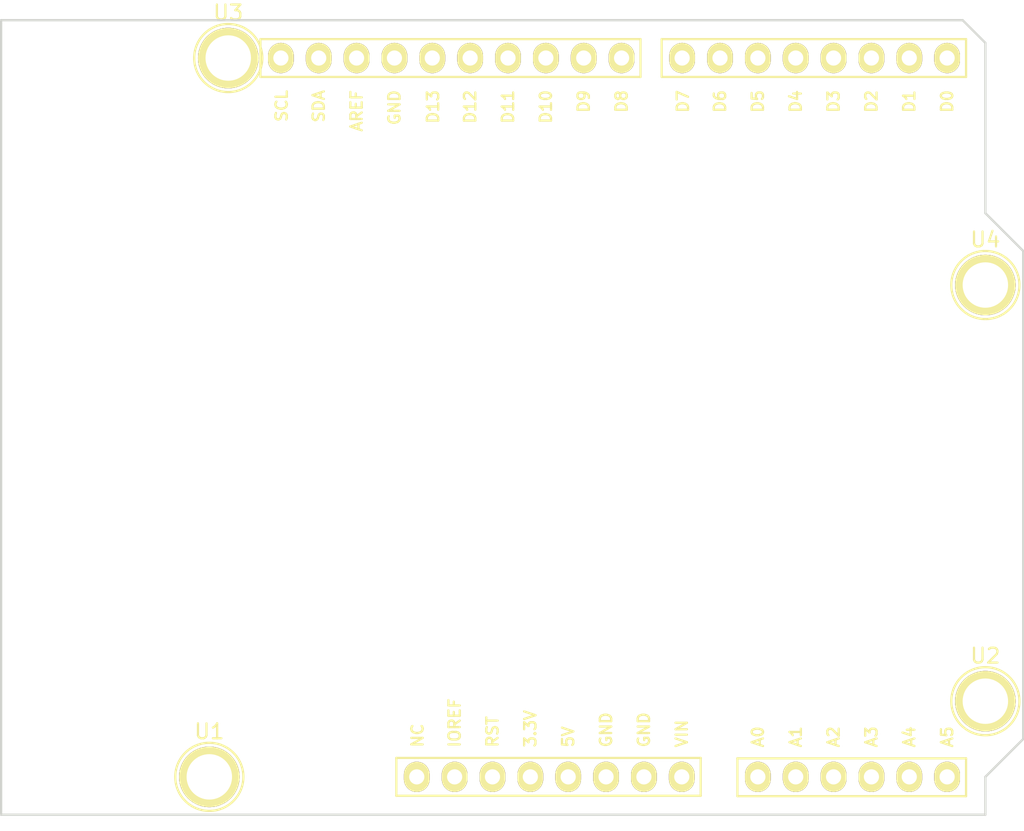
<source format=kicad_pcb>
(kicad_pcb (version 4) (host pcbnew 4.0.5-e0-6337~49~ubuntu16.04.1)

  (general
    (links 4)
    (no_connects 4)
    (area 110.922999 71.488 179.653001 129.272)
    (thickness 1.6)
    (drawings 9)
    (tracks 0)
    (zones 0)
    (modules 5)
    (nets 4)
  )

  (page USLetter)
  (title_block
    (title "Project Title")
    (date 2017-08-14)
    (rev v1.0)
    (company "Released under the CERN Open Hardware License v1.2")
    (comment 1 "Project based on template adapted by jenner@wickerbox.net")
    (comment 2 "Original template by Jonathan (poulc13)")
  )

  (layers
    (0 F.Cu signal)
    (31 B.Cu signal)
    (34 B.Paste user)
    (35 F.Paste user)
    (36 B.SilkS user)
    (37 F.SilkS user)
    (38 B.Mask user)
    (39 F.Mask user)
    (40 Dwgs.User user)
    (44 Edge.Cuts user)
    (48 B.Fab user)
    (49 F.Fab user)
  )

  (setup
    (last_trace_width 0.254)
    (user_trace_width 0.1524)
    (user_trace_width 0.254)
    (user_trace_width 0.3302)
    (user_trace_width 0.508)
    (user_trace_width 0.762)
    (user_trace_width 1.27)
    (trace_clearance 0.254)
    (zone_clearance 0.508)
    (zone_45_only no)
    (trace_min 0.1524)
    (segment_width 0.1524)
    (edge_width 0.1524)
    (via_size 0.6858)
    (via_drill 0.3302)
    (via_min_size 0.6858)
    (via_min_drill 0.3302)
    (user_via 0.6858 0.3302)
    (user_via 0.762 0.4064)
    (user_via 0.8636 0.508)
    (uvia_size 0.6858)
    (uvia_drill 0.3302)
    (uvias_allowed no)
    (uvia_min_size 0)
    (uvia_min_drill 0)
    (pcb_text_width 0.1524)
    (pcb_text_size 1.016 1.016)
    (mod_edge_width 0.1524)
    (mod_text_size 1.016 1.016)
    (mod_text_width 0.1524)
    (pad_size 1.524 1.524)
    (pad_drill 0.762)
    (pad_to_mask_clearance 0.0762)
    (solder_mask_min_width 0.1016)
    (pad_to_paste_clearance -0.0762)
    (aux_axis_origin 0 0)
    (visible_elements FFFEDF7D)
    (pcbplotparams
      (layerselection 0x310fc_80000001)
      (usegerberextensions true)
      (excludeedgelayer true)
      (linewidth 0.100000)
      (plotframeref false)
      (viasonmask false)
      (mode 1)
      (useauxorigin false)
      (hpglpennumber 1)
      (hpglpenspeed 20)
      (hpglpendiameter 15)
      (hpglpenoverlay 2)
      (psnegative false)
      (psa4output false)
      (plotreference true)
      (plotvalue true)
      (plotinvisibletext false)
      (padsonsilk false)
      (subtractmaskfromsilk false)
      (outputformat 1)
      (mirror false)
      (drillshape 0)
      (scaleselection 1)
      (outputdirectory gerbers))
  )

  (net 0 "")
  (net 1 GND)
  (net 2 /A4)
  (net 3 /A5)

  (net_class Default "This is the default net class."
    (clearance 0.254)
    (trace_width 0.254)
    (via_dia 0.6858)
    (via_drill 0.3302)
    (uvia_dia 0.6858)
    (uvia_drill 0.3302)
    (add_net /A4)
    (add_net /A5)
    (add_net GND)
  )

  (module Wickerlib:ARDUINO-101-SHIELD locked (layer F.Cu) (tedit 57283FB2) (tstamp 5728CC97)
    (at 133.8072 123.825)
    (descr "Through hole socket strip")
    (tags "socket strip")
    (path /572986CB)
    (fp_text reference U5 (at 13.97 2.794) (layer F.SilkS) hide
      (effects (font (size 1 1) (thickness 0.15)))
    )
    (fp_text value ARDUINO-101-SHIELD (at 13.97 4.318) (layer F.Fab) hide
      (effects (font (size 1 1) (thickness 0.15)))
    )
    (fp_text user NC (at 5.1308 -2.779486 90) (layer F.SilkS)
      (effects (font (size 0.762 0.762) (thickness 0.1524)))
    )
    (fp_line (start 3.33 -1.75) (end 3.33 1.75) (layer F.CrtYd) (width 0.05))
    (fp_line (start 24.63 -1.75) (end 24.63 1.75) (layer F.CrtYd) (width 0.05))
    (fp_line (start 3.33 -1.75) (end 24.63 -1.75) (layer F.CrtYd) (width 0.05))
    (fp_line (start 3.33 1.75) (end 24.63 1.75) (layer F.CrtYd) (width 0.05))
    (fp_line (start 3.7084 1.27) (end 24.13 1.27) (layer F.SilkS) (width 0.15))
    (fp_line (start 24.13 1.27) (end 24.13 -1.27) (layer F.SilkS) (width 0.15))
    (fp_line (start 24.13 -1.27) (end 3.7084 -1.27) (layer F.SilkS) (width 0.15))
    (fp_line (start 3.7084 1.27) (end 3.7084 -1.27) (layer F.SilkS) (width 0.15))
    (fp_text user IOREF (at 7.62 -3.6322 90) (layer F.SilkS)
      (effects (font (size 0.762 0.762) (thickness 0.1524)))
    )
    (fp_text user RST (at 10.16 -3.033485 90) (layer F.SilkS)
      (effects (font (size 0.762 0.762) (thickness 0.1524)))
    )
    (fp_text user 3.3V (at 12.7 -3.233057 90) (layer F.SilkS)
      (effects (font (size 0.762 0.762) (thickness 0.1524)))
    )
    (fp_text user 5V (at 15.24 -2.688771 90) (layer F.SilkS)
      (effects (font (size 0.762 0.762) (thickness 0.1524)))
    )
    (fp_text user GND (at 17.78 -3.160486 90) (layer F.SilkS)
      (effects (font (size 0.762 0.762) (thickness 0.1524)))
    )
    (fp_text user GND (at 20.32 -3.160486 90) (layer F.SilkS)
      (effects (font (size 0.762 0.762) (thickness 0.1524)))
    )
    (fp_text user VIN (at 22.86 -2.906486 90) (layer F.SilkS)
      (effects (font (size 0.762 0.762) (thickness 0.1524)))
    )
    (fp_line (start 41.9354 -1.2446) (end 26.5938 -1.2446) (layer F.SilkS) (width 0.15))
    (fp_line (start 41.9354 1.2954) (end 41.9354 -1.2446) (layer F.SilkS) (width 0.15))
    (fp_text user A4 (at 38.1254 -2.688771 90) (layer F.SilkS)
      (effects (font (size 0.762 0.762) (thickness 0.1524)))
    )
    (fp_text user A3 (at 35.5854 -2.688771 90) (layer F.SilkS)
      (effects (font (size 0.762 0.762) (thickness 0.1524)))
    )
    (fp_text user A5 (at 40.6654 -2.688771 90) (layer F.SilkS)
      (effects (font (size 0.762 0.762) (thickness 0.1524)))
    )
    (fp_text user A0 (at 27.9654 -2.688771 90) (layer F.SilkS)
      (effects (font (size 0.762 0.762) (thickness 0.1524)))
    )
    (fp_text user A1 (at 30.5054 -2.688771 90) (layer F.SilkS)
      (effects (font (size 0.762 0.762) (thickness 0.1524)))
    )
    (fp_line (start 26.5938 1.2954) (end 41.9354 1.2954) (layer F.SilkS) (width 0.15))
    (fp_line (start 26.5938 1.2954) (end 26.5938 -1.2446) (layer F.SilkS) (width 0.15))
    (fp_text user A2 (at 33.0454 -2.688771 90) (layer F.SilkS)
      (effects (font (size 0.762 0.762) (thickness 0.1524)))
    )
    (fp_line (start 26.2154 -1.7246) (end 42.4354 -1.7246) (layer F.CrtYd) (width 0.05))
    (fp_line (start 26.2154 -1.7246) (end 26.2154 1.7754) (layer F.CrtYd) (width 0.05))
    (fp_line (start 42.4354 -1.7246) (end 42.4354 1.7754) (layer F.CrtYd) (width 0.05))
    (fp_line (start 26.2154 1.7754) (end 42.4354 1.7754) (layer F.CrtYd) (width 0.05))
    (fp_text user D2 (at 35.5854 -45.349886 90) (layer F.SilkS)
      (effects (font (size 0.762 0.762) (thickness 0.1524)))
    )
    (fp_line (start 41.9354 -46.99) (end 41.9354 -49.53) (layer F.SilkS) (width 0.15))
    (fp_text user D0 (at 40.6654 -45.349886 90) (layer F.SilkS)
      (effects (font (size 0.762 0.762) (thickness 0.1524)))
    )
    (fp_text user D1 (at 38.1254 -45.349886 90) (layer F.SilkS)
      (effects (font (size 0.762 0.762) (thickness 0.1524)))
    )
    (fp_line (start 41.9354 -49.53) (end 21.5138 -49.53) (layer F.SilkS) (width 0.15))
    (fp_text user D4 (at 30.5054 -45.349886 90) (layer F.SilkS)
      (effects (font (size 0.762 0.762) (thickness 0.1524)))
    )
    (fp_text user D5 (at 27.9654 -45.349886 90) (layer F.SilkS)
      (effects (font (size 0.762 0.762) (thickness 0.1524)))
    )
    (fp_line (start 21.5138 -46.99) (end 21.5138 -49.53) (layer F.SilkS) (width 0.15))
    (fp_text user D6 (at 25.4254 -45.349886 90) (layer F.SilkS)
      (effects (font (size 0.762 0.762) (thickness 0.1524)))
    )
    (fp_text user D7 (at 22.9362 -45.349886 90) (layer F.SilkS)
      (effects (font (size 0.762 0.762) (thickness 0.1524)))
    )
    (fp_line (start 21.5138 -46.99) (end 41.9354 -46.99) (layer F.SilkS) (width 0.15))
    (fp_text user D3 (at 33.0454 -45.349886 90) (layer F.SilkS)
      (effects (font (size 0.762 0.762) (thickness 0.1524)))
    )
    (fp_line (start 21.1354 -50.01) (end 21.1354 -46.51) (layer F.CrtYd) (width 0.05))
    (fp_line (start 42.4354 -50.01) (end 42.4354 -46.51) (layer F.CrtYd) (width 0.05))
    (fp_line (start 21.1354 -50.01) (end 42.4354 -50.01) (layer F.CrtYd) (width 0.05))
    (fp_line (start 21.1354 -46.51) (end 42.4354 -46.51) (layer F.CrtYd) (width 0.05))
    (fp_line (start 20.0914 -49.53) (end -5.3848 -49.53) (layer F.SilkS) (width 0.15))
    (fp_text user D10 (at 13.7414 -44.987029 90) (layer F.SilkS)
      (effects (font (size 0.762 0.762) (thickness 0.1524)))
    )
    (fp_text user D12 (at 8.6614 -44.987029 90) (layer F.SilkS)
      (effects (font (size 0.762 0.762) (thickness 0.1524)))
    )
    (fp_line (start -5.3848 -46.99) (end 20.0914 -46.99) (layer F.SilkS) (width 0.15))
    (fp_text user D9 (at 16.2814 -45.349886 90) (layer F.SilkS)
      (effects (font (size 0.762 0.762) (thickness 0.1524)))
    )
    (fp_text user D8 (at 18.8214 -45.349886 90) (layer F.SilkS)
      (effects (font (size 0.762 0.762) (thickness 0.1524)))
    )
    (fp_line (start 20.0914 -46.99) (end 20.0914 -49.53) (layer F.SilkS) (width 0.15))
    (fp_text user D11 (at 11.2014 -44.987029 90) (layer F.SilkS)
      (effects (font (size 0.762 0.762) (thickness 0.1524)))
    )
    (fp_line (start -5.4102 -46.99) (end -5.4102 -49.53) (layer F.SilkS) (width 0.15))
    (fp_text user D13 (at 6.1722 -44.987029 90) (layer F.SilkS)
      (effects (font (size 0.762 0.762) (thickness 0.1524)))
    )
    (fp_line (start -5.7912 -49.9872) (end 20.5914 -49.9872) (layer F.CrtYd) (width 0.05))
    (fp_line (start 20.5914 -50.01) (end 20.5914 -46.51) (layer F.CrtYd) (width 0.05))
    (fp_line (start -5.7912 -49.9872) (end -5.7912 -46.5074) (layer F.CrtYd) (width 0.05))
    (fp_line (start -5.7912 -46.5074) (end 20.5914 -46.51) (layer F.CrtYd) (width 0.05))
    (fp_text user GND (at 3.5814 -44.9326 90) (layer F.SilkS)
      (effects (font (size 0.762 0.762) (thickness 0.1524)))
    )
    (fp_text user SDA (at -1.4986 -45.023314 90) (layer F.SilkS)
      (effects (font (size 0.762 0.762) (thickness 0.1524)))
    )
    (fp_text user AREF (at 1.0414 -44.714885 90) (layer F.SilkS)
      (effects (font (size 0.762 0.762) (thickness 0.1524)))
    )
    (fp_text user SCL (at -3.9878 -45.041457 90) (layer F.SilkS)
      (effects (font (size 0.762 0.762) (thickness 0.1524)))
    )
    (pad NC thru_hole oval (at 5.08 0) (size 1.7272 2.032) (drill 1.016) (layers *.Cu *.Mask F.SilkS))
    (pad IO thru_hole oval (at 7.62 0) (size 1.7272 2.032) (drill 1.016) (layers *.Cu *.Mask F.SilkS))
    (pad RST thru_hole oval (at 10.16 0) (size 1.7272 2.032) (drill 1.016) (layers *.Cu *.Mask F.SilkS))
    (pad 3V3 thru_hole oval (at 12.7 0) (size 1.7272 2.032) (drill 1.016) (layers *.Cu *.Mask F.SilkS))
    (pad 5V thru_hole oval (at 15.24 0) (size 1.7272 2.032) (drill 1.016) (layers *.Cu *.Mask F.SilkS))
    (pad GND1 thru_hole oval (at 17.78 0) (size 1.7272 2.032) (drill 1.016) (layers *.Cu *.Mask F.SilkS)
      (net 1 GND))
    (pad GND2 thru_hole oval (at 20.32 0) (size 1.7272 2.032) (drill 1.016) (layers *.Cu *.Mask F.SilkS)
      (net 1 GND))
    (pad VIN thru_hole oval (at 22.86 0) (size 1.7272 2.032) (drill 1.016) (layers *.Cu *.Mask F.SilkS))
    (pad A0 thru_hole oval (at 27.9654 0) (size 1.7272 2.032) (drill 1.016) (layers *.Cu *.Mask F.SilkS))
    (pad A1 thru_hole oval (at 30.5054 0) (size 1.7272 2.032) (drill 1.016) (layers *.Cu *.Mask F.SilkS))
    (pad A2 thru_hole oval (at 33.0454 0) (size 1.7272 2.032) (drill 1.016) (layers *.Cu *.Mask F.SilkS))
    (pad A5 thru_hole oval (at 40.6654 0) (size 1.7272 2.032) (drill 1.016) (layers *.Cu *.Mask F.SilkS)
      (net 3 /A5))
    (pad A4 thru_hole oval (at 38.1254 0) (size 1.7272 2.032) (drill 1.016) (layers *.Cu *.Mask F.SilkS)
      (net 2 /A4))
    (pad A3 thru_hole oval (at 35.5854 0) (size 1.7272 2.032) (drill 1.016) (layers *.Cu *.Mask F.SilkS))
    (pad D1 thru_hole oval (at 38.1254 -48.26) (size 1.7272 2.032) (drill 1.016) (layers *.Cu *.Mask F.SilkS))
    (pad D0 thru_hole oval (at 40.6654 -48.26) (size 1.7272 2.032) (drill 1.016) (layers *.Cu *.Mask F.SilkS))
    (pad D5 thru_hole oval (at 27.9654 -48.26) (size 1.7272 2.032) (drill 1.016) (layers *.Cu *.Mask F.SilkS))
    (pad D4 thru_hole oval (at 30.5054 -48.26) (size 1.7272 2.032) (drill 1.016) (layers *.Cu *.Mask F.SilkS))
    (pad D6 thru_hole oval (at 25.4254 -48.26) (size 1.7272 2.032) (drill 1.016) (layers *.Cu *.Mask F.SilkS))
    (pad D7 thru_hole oval (at 22.8854 -48.26) (size 1.7272 2.032) (drill 1.016) (layers *.Cu *.Mask F.SilkS))
    (pad D3 thru_hole oval (at 33.0454 -48.26) (size 1.7272 2.032) (drill 1.016) (layers *.Cu *.Mask F.SilkS))
    (pad D2 thru_hole oval (at 35.5854 -48.26) (size 1.7272 2.032) (drill 1.016) (layers *.Cu *.Mask F.SilkS))
    (pad D13 thru_hole oval (at 6.1214 -48.26) (size 1.7272 2.032) (drill 1.016) (layers *.Cu *.Mask F.SilkS))
    (pad D12 thru_hole oval (at 8.6614 -48.26) (size 1.7272 2.032) (drill 1.016) (layers *.Cu *.Mask F.SilkS))
    (pad D11 thru_hole oval (at 11.2014 -48.26) (size 1.7272 2.032) (drill 1.016) (layers *.Cu *.Mask F.SilkS))
    (pad D8 thru_hole oval (at 18.8214 -48.26) (size 1.7272 2.032) (drill 1.016) (layers *.Cu *.Mask F.SilkS))
    (pad D9 thru_hole oval (at 16.2814 -48.26) (size 1.7272 2.032) (drill 1.016) (layers *.Cu *.Mask F.SilkS))
    (pad D10 thru_hole oval (at 13.7414 -48.26) (size 1.7272 2.032) (drill 1.016) (layers *.Cu *.Mask F.SilkS))
    (pad AREF thru_hole oval (at 1.0414 -48.26) (size 1.7272 2.032) (drill 1.016) (layers *.Cu *.Mask F.SilkS))
    (pad GND3 thru_hole oval (at 3.5814 -48.26) (size 1.7272 2.032) (drill 1.016) (layers *.Cu *.Mask F.SilkS)
      (net 1 GND))
    (pad SCL thru_hole oval (at -4.0386 -48.26) (size 1.7272 2.032) (drill 1.016) (layers *.Cu *.Mask F.SilkS)
      (net 3 /A5))
    (pad SDA thru_hole oval (at -1.4986 -48.26) (size 1.7272 2.032) (drill 1.016) (layers *.Cu *.Mask F.SilkS)
      (net 2 /A4))
    (pad H1 thru_hole circle (at -7.62 -48.2092) (size 1.7272 1.7272) (drill 1.016) (layers *.Cu *.Mask F.SilkS))
    (model ${KIPRJMOD}/Socket_Arduino_Uno.3dshapes/Socket_header_Arduino_1x08.wrl
      (at (xyz 0.35 0 0))
      (scale (xyz 1 1 1))
      (rotate (xyz 0 0 180))
    )
  )

  (module ARDUINO-MOUNTING-HOLE locked (layer F.Cu) (tedit 0) (tstamp 572896E9)
    (at 124.968 123.825)
    (descr "module 1 pin (ou trou mecanique de percage)")
    (tags DEV)
    (path /57282130)
    (fp_text reference U1 (at 0 -3.048) (layer F.SilkS)
      (effects (font (size 1 1) (thickness 0.15)))
    )
    (fp_text value HOLE (at 0 2.794) (layer F.Fab)
      (effects (font (size 1 1) (thickness 0.15)))
    )
    (fp_circle (center 0 0) (end 0 -2.286) (layer F.SilkS) (width 0.15))
    (pad 1 thru_hole circle (at 0 0) (size 4.064 4.064) (drill 3.048) (layers *.Cu *.Mask F.SilkS))
  )

  (module ARDUINO-MOUNTING-HOLE locked (layer F.Cu) (tedit 0) (tstamp 572896EE)
    (at 177.038 118.745)
    (descr "module 1 pin (ou trou mecanique de percage)")
    (tags DEV)
    (path /57290D61)
    (fp_text reference U2 (at 0 -3.048) (layer F.SilkS)
      (effects (font (size 1 1) (thickness 0.15)))
    )
    (fp_text value HOLE (at 0 2.794) (layer F.Fab)
      (effects (font (size 1 1) (thickness 0.15)))
    )
    (fp_circle (center 0 0) (end 0 -2.286) (layer F.SilkS) (width 0.15))
    (pad 1 thru_hole circle (at 0 0) (size 4.064 4.064) (drill 3.048) (layers *.Cu *.Mask F.SilkS))
  )

  (module ARDUINO-MOUNTING-HOLE locked (layer F.Cu) (tedit 0) (tstamp 572896F3)
    (at 126.238 75.565)
    (descr "module 1 pin (ou trou mecanique de percage)")
    (tags DEV)
    (path /57290D9E)
    (fp_text reference U3 (at 0 -3.048) (layer F.SilkS)
      (effects (font (size 1 1) (thickness 0.15)))
    )
    (fp_text value HOLE (at 0 2.794) (layer F.Fab)
      (effects (font (size 1 1) (thickness 0.15)))
    )
    (fp_circle (center 0 0) (end 0 -2.286) (layer F.SilkS) (width 0.15))
    (pad 1 thru_hole circle (at 0 0) (size 4.064 4.064) (drill 3.048) (layers *.Cu *.Mask F.SilkS))
  )

  (module ARDUINO-MOUNTING-HOLE locked (layer F.Cu) (tedit 0) (tstamp 572896F8)
    (at 177.038 90.805)
    (descr "module 1 pin (ou trou mecanique de percage)")
    (tags DEV)
    (path /57290DDB)
    (fp_text reference U4 (at 0 -3.048) (layer F.SilkS)
      (effects (font (size 1 1) (thickness 0.15)))
    )
    (fp_text value HOLE (at 0 2.794) (layer F.Fab)
      (effects (font (size 1 1) (thickness 0.15)))
    )
    (fp_circle (center 0 0) (end 0 -2.286) (layer F.SilkS) (width 0.15))
    (pad 1 thru_hole circle (at 0 0) (size 4.064 4.064) (drill 3.048) (layers *.Cu *.Mask F.SilkS))
  )

  (gr_line (start 177.038 74.549) (end 175.514 73.025) (angle 90) (layer Edge.Cuts) (width 0.15))
  (gr_line (start 177.038 85.979) (end 177.038 74.549) (angle 90) (layer Edge.Cuts) (width 0.15))
  (gr_line (start 179.578 88.519) (end 177.038 85.979) (angle 90) (layer Edge.Cuts) (width 0.15))
  (gr_line (start 179.578 121.285) (end 179.578 88.519) (angle 90) (layer Edge.Cuts) (width 0.15))
  (gr_line (start 177.038 123.825) (end 179.578 121.285) (angle 90) (layer Edge.Cuts) (width 0.15))
  (gr_line (start 177.038 126.365) (end 177.038 123.825) (angle 90) (layer Edge.Cuts) (width 0.15))
  (gr_line (start 110.998 126.365) (end 177.038 126.365) (angle 90) (layer Edge.Cuts) (width 0.15))
  (gr_line (start 110.998 73.025) (end 110.998 126.365) (angle 90) (layer Edge.Cuts) (width 0.15))
  (gr_line (start 175.514 73.025) (end 110.998 73.025) (angle 90) (layer Edge.Cuts) (width 0.15))

)

</source>
